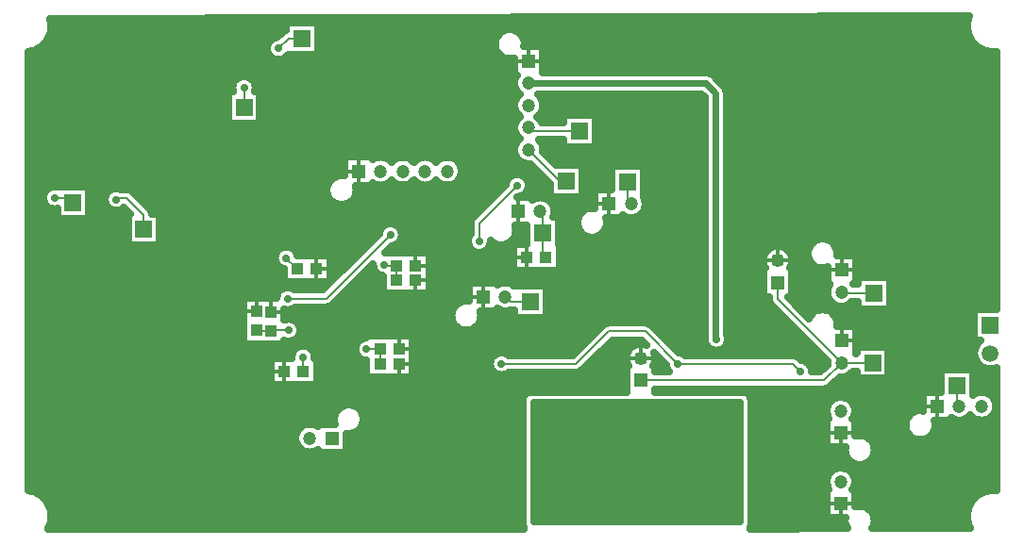
<source format=gbr>
G04 DipTrace 3.2.0.1*
G04 Bottom.gbr*
%MOIN*%
G04 #@! TF.FileFunction,Copper,L2,Bot*
G04 #@! TF.Part,Single*
G04 #@! TA.AperFunction,Conductor*
%ADD14C,0.007874*%
%ADD17C,0.023622*%
G04 #@! TA.AperFunction,CopperBalancing*
%ADD19C,0.025*%
%ADD20C,0.012992*%
%ADD21R,0.059055X0.059055*%
G04 #@! TA.AperFunction,ComponentPad*
%ADD22R,0.047244X0.047244*%
%ADD23C,0.047244*%
%ADD24R,0.03937X0.043307*%
%ADD27R,0.043307X0.03937*%
G04 #@! TA.AperFunction,ComponentPad*
%ADD29R,0.049213X0.049213*%
%ADD30C,0.049213*%
%ADD42C,0.059055*%
G04 #@! TA.AperFunction,ViaPad*
%ADD60C,0.027559*%
%ADD61C,0.062992*%
%FSLAX26Y26*%
G04*
G70*
G90*
G75*
G01*
G04 Bottom*
%LPD*%
X3370155Y1287617D2*
D14*
X3374307Y1283465D1*
X3484252D1*
X1440945Y1377953D2*
X1448819D1*
Y1370079D1*
X1409449Y1409449D1*
X1468504Y1059055D2*
Y1007874D1*
X1303150Y1153543D2*
X1305118Y1151575D1*
X1356299D1*
X1354331Y1153543D1*
X1417323D1*
X1799213Y1330709D2*
Y1381890D1*
X1755906Y1385827D2*
X1759843Y1381890D1*
X1799213D1*
X1692913Y1086614D2*
X1740157D1*
X2929134Y1122047D2*
D17*
X2925197D1*
Y1992126D1*
X2889969Y2027354D1*
X2265449D1*
X1740157Y1035433D2*
D14*
Y1086614D1*
X1413386Y1220472D2*
X1411417Y1218504D1*
X1356299D1*
X1507874Y1417323D2*
X1515748Y1409449D1*
Y1370079D1*
X3224409Y1007874D2*
X3196850Y1035433D1*
X2791339D1*
X2677165Y1149606D1*
X2547244D1*
X2433071Y1035433D1*
X2169291D1*
X2305972Y1573203D2*
X2314723Y1564453D1*
Y1498211D1*
X2325408Y1410720D2*
X2314723Y1421406D1*
Y1498211D1*
X1381890Y2149606D2*
X1417323Y2185039D1*
X1464567D1*
X1259843Y2011811D2*
Y1940945D1*
X3370155Y1037617D2*
X3371908Y1039370D1*
X3480315D1*
X3370155Y1037617D2*
X3308916Y976378D1*
X2661417D1*
X3370155Y1037617D2*
X3144929Y1262843D1*
Y1322087D1*
X3786395Y885108D2*
X3778196Y893307D1*
Y959392D1*
X1777252Y1491045D2*
X1552276Y1266068D1*
X1414790D1*
X2265449Y1869874D2*
X2277449Y1857874D1*
X2445743D1*
X2265449Y1791134D2*
X2376063Y1680520D1*
X2398499D1*
X808944Y1616030D2*
X814961Y1622047D1*
X844021D1*
X906281Y1559787D1*
Y1509793D1*
X590551Y1622047D2*
X661417D1*
Y1603533D1*
X656307D1*
X2182667Y1271961D2*
X2200140Y1254487D1*
X2270978D1*
X2224409Y1665354D2*
X2090551Y1531496D1*
Y1468504D1*
X2627231Y1600806D2*
X2614692Y1613345D1*
Y1679442D1*
D60*
X1409449Y1409449D3*
D3*
X1468504Y1059055D3*
X1417323Y1153543D3*
X1755906Y1385827D3*
X1692913Y1086614D3*
X2929134Y1122047D3*
X1413386Y1220472D3*
X1507874Y1417323D3*
X3224409Y1007874D3*
X2791339Y1035433D3*
X2169291D3*
X1381890Y2149606D3*
X1259843Y2011811D3*
X1777252Y1491045D3*
X1414790Y1266068D3*
X808944Y1616030D3*
X590551Y1622047D3*
X2224409Y1665354D3*
X2090551Y1468504D3*
X641732Y1448819D3*
X633858Y1141732D3*
X759843Y2003937D3*
X1039370Y2000000D3*
X1338583Y1996063D3*
X1657480Y1791339D3*
X2051181Y555118D3*
X1996063Y748031D3*
X3122047Y1074803D3*
X3641732Y1472441D3*
X3751969D3*
X3846457D3*
X3834646Y1208661D3*
X3649606D3*
X1708661Y960630D3*
X1421260Y1070866D3*
X1358268Y858268D3*
X968504Y1374016D3*
X1007874Y1019685D3*
X1098425Y1535433D3*
X1263780Y1374016D3*
X1425197Y1515748D3*
X1744094Y1342520D3*
X1090551Y1669291D3*
X728346Y1787402D3*
D61*
X2338583Y850394D3*
X2417323D3*
X2507874D3*
X2590551Y854331D3*
X2685039Y846457D3*
X2338583Y740157D3*
X2421260D3*
X2594488Y744094D3*
X2503937Y740157D3*
X2681102Y744094D3*
X2342520Y618110D3*
X2417323D3*
X2598425Y622047D3*
X2507874Y618110D3*
X2685039Y622047D3*
X2338583Y519685D3*
X2413386D3*
X2594488Y523622D3*
X2503937Y519685D3*
X2681102Y523622D3*
X2850394Y527559D3*
X2759843Y523622D3*
X2937008Y527559D3*
X2854331Y629921D3*
X2763780Y625984D3*
X2940945Y629921D3*
X581517Y2238222D2*
D19*
X1406051D1*
X1523081D2*
X3812193D1*
X580835Y2213353D2*
X1403682D1*
X1523081D2*
X2176521D1*
X2220526D2*
X3812875D1*
X572904Y2188484D2*
X1368875D1*
X1523081D2*
X2149535D1*
X2247475D2*
X3820806D1*
X555177Y2163615D2*
X1341639D1*
X1523081D2*
X2144046D1*
X2253001D2*
X3838533D1*
X508600Y2138747D2*
X1340598D1*
X1523081D2*
X2151222D1*
X2318060D2*
X3885110D1*
X499270Y2113878D2*
X1360802D1*
X1402978D2*
X2187322D1*
X2318060D2*
X3914140D1*
X499270Y2089009D2*
X2212836D1*
X2318060D2*
X3914140D1*
X499270Y2064140D2*
X2212836D1*
X2903151D2*
X3914140D1*
X499270Y2039272D2*
X1227886D1*
X1291808D2*
X2214270D1*
X2934730D2*
X3914140D1*
X499270Y2014403D2*
X1217157D1*
X1302538D2*
X2214522D1*
X2958844D2*
X3914140D1*
X499270Y1989534D2*
X1201332D1*
X1318362D2*
X2230060D1*
X2965984D2*
X3914140D1*
X499270Y1964665D2*
X1201332D1*
X1318362D2*
X2215491D1*
X2315441D2*
X2884408D1*
X2965984D2*
X3914140D1*
X499270Y1939797D2*
X1201332D1*
X1318362D2*
X2213625D1*
X2317270D2*
X2884408D1*
X2965984D2*
X3914140D1*
X499270Y1914928D2*
X1201332D1*
X1318362D2*
X2225861D1*
X2305070D2*
X2884408D1*
X2965984D2*
X3914140D1*
X499270Y1890059D2*
X1201332D1*
X1318362D2*
X2217070D1*
X2313825D2*
X2387232D1*
X2504262D2*
X2884408D1*
X2965984D2*
X3914140D1*
X499270Y1865190D2*
X2213051D1*
X2504262D2*
X2884408D1*
X2965984D2*
X3914140D1*
X499270Y1840322D2*
X2222488D1*
X2504262D2*
X2884408D1*
X2965984D2*
X3914140D1*
X499270Y1815453D2*
X2219115D1*
X2311780D2*
X2387232D1*
X2504262D2*
X2884408D1*
X2965984D2*
X3914140D1*
X499270Y1790584D2*
X2212836D1*
X2318060D2*
X2884408D1*
X2965984D2*
X3914140D1*
X499270Y1765715D2*
X1610913D1*
X1716139D2*
X1733280D1*
X1751234D2*
X1812009D1*
X1829963D2*
X1890774D1*
X1908732D2*
X1969505D1*
X1987459D2*
X2219761D1*
X2336396D2*
X2884408D1*
X2965984D2*
X3914140D1*
X499270Y1740846D2*
X1610913D1*
X2024528D2*
X2270214D1*
X2361265D2*
X2884408D1*
X2965984D2*
X3914140D1*
X499270Y1715978D2*
X1610913D1*
X2031094D2*
X2295081D1*
X2457004D2*
X2556176D1*
X2673206D2*
X2884408D1*
X2965984D2*
X3914140D1*
X499270Y1691109D2*
X1571333D1*
X2024455D2*
X2190946D1*
X2257882D2*
X2319950D1*
X2457004D2*
X2556176D1*
X2673206D2*
X2884408D1*
X2965984D2*
X3914140D1*
X499270Y1666240D2*
X1552853D1*
X1716139D2*
X1733997D1*
X1750516D2*
X1812727D1*
X1829289D2*
X1891457D1*
X1908039D2*
X1970222D1*
X1986749D2*
X2179751D1*
X2267176D2*
X2339972D1*
X2457004D2*
X2556176D1*
X2673206D2*
X2884408D1*
X2965984D2*
X3914140D1*
X499270Y1641371D2*
X552726D1*
X714827D2*
X775135D1*
X870240D2*
X1550521D1*
X1658400D2*
X2154882D1*
X2259245D2*
X2339972D1*
X2457004D2*
X2495890D1*
X2673206D2*
X2884408D1*
X2965984D2*
X3914140D1*
X499270Y1616503D2*
X548168D1*
X714827D2*
X766164D1*
X895109D2*
X1561429D1*
X1647492D2*
X2130014D1*
X2333706D2*
X2495890D1*
X2677332D2*
X2884408D1*
X2965984D2*
X3914140D1*
X499270Y1591634D2*
X561660D1*
X714827D2*
X774417D1*
X919976D2*
X2105147D1*
X2355092D2*
X2495890D1*
X2678983D2*
X2884408D1*
X2965984D2*
X3914140D1*
X499270Y1566765D2*
X597795D1*
X714827D2*
X853757D1*
X938385D2*
X2080280D1*
X2358178D2*
X2446656D1*
X2666495D2*
X2884408D1*
X2965984D2*
X3914140D1*
X499270Y1541896D2*
X847765D1*
X964795D2*
X2059466D1*
X2373249D2*
X2435568D1*
X2543304D2*
X2884408D1*
X2965984D2*
X3914140D1*
X499270Y1517028D2*
X847765D1*
X964795D2*
X1743972D1*
X1810514D2*
X2057636D1*
X2221567D2*
X2256219D1*
X2373249D2*
X2437757D1*
X2541115D2*
X2884408D1*
X2965984D2*
X3914140D1*
X499270Y1492159D2*
X847765D1*
X964795D2*
X1732849D1*
X1820024D2*
X2055448D1*
X2220741D2*
X2256219D1*
X2373249D2*
X2455879D1*
X2522995D2*
X2884408D1*
X2965984D2*
X3914140D1*
X499270Y1467290D2*
X847765D1*
X964795D2*
X1707980D1*
X1812272D2*
X2047804D1*
X2205097D2*
X2256219D1*
X2373249D2*
X2884408D1*
X2965984D2*
X3269912D1*
X3336560D2*
X3914140D1*
X499270Y1442421D2*
X1383839D1*
X1435058D2*
X1683113D1*
X1774163D2*
X2057385D1*
X2123747D2*
X2207848D1*
X2376049D2*
X2884408D1*
X2965984D2*
X3112739D1*
X3177127D2*
X3251575D1*
X3354862D2*
X3914140D1*
X499270Y1417552D2*
X1367512D1*
X1451385D2*
X1658210D1*
X1916803D2*
X2207848D1*
X2376049D2*
X2884408D1*
X2965984D2*
X3094151D1*
X3195715D2*
X3249314D1*
X3357122D2*
X3914140D1*
X499270Y1392684D2*
X1370346D1*
X1566394D2*
X1633341D1*
X1916803D2*
X2207848D1*
X2376049D2*
X2884408D1*
X2965984D2*
X3091997D1*
X3197869D2*
X3260331D1*
X3422755D2*
X3914140D1*
X499270Y1367815D2*
X1398156D1*
X1566394D2*
X1608474D1*
X1699560D2*
X1717382D1*
X1916803D2*
X2207848D1*
X2376049D2*
X2884408D1*
X2965984D2*
X3091316D1*
X3198514D2*
X3317530D1*
X3422755D2*
X3914140D1*
X499270Y1342946D2*
X1398156D1*
X1566394D2*
X1583606D1*
X1674693D2*
X1748566D1*
X1916803D2*
X2884408D1*
X2965984D2*
X3091316D1*
X3198514D2*
X3317530D1*
X3422755D2*
X3914140D1*
X499270Y1318077D2*
X1558739D1*
X1649824D2*
X1748566D1*
X1916803D2*
X2051320D1*
X2204773D2*
X2884408D1*
X2965984D2*
X3091316D1*
X3198514D2*
X3317530D1*
X3542787D2*
X3914140D1*
X499270Y1293209D2*
X1382547D1*
X1624957D2*
X1748566D1*
X1916803D2*
X2051320D1*
X2329507D2*
X2884408D1*
X2965984D2*
X3091316D1*
X3198514D2*
X3317853D1*
X3542787D2*
X3914140D1*
X499270Y1268340D2*
X1254476D1*
X1351843D2*
X1372068D1*
X1600089D2*
X2051320D1*
X2329507D2*
X2884408D1*
X2965984D2*
X3111986D1*
X3184950D2*
X3321406D1*
X3542787D2*
X3914140D1*
X499270Y1243471D2*
X1254476D1*
X1575150D2*
X2007362D1*
X2329507D2*
X2884408D1*
X2965984D2*
X3118948D1*
X3209818D2*
X3343941D1*
X3396379D2*
X3425720D1*
X3542787D2*
X3914140D1*
X499270Y1218602D2*
X1254476D1*
X1404987D2*
X1992184D1*
X2097588D2*
X2212441D1*
X2329507D2*
X2884408D1*
X2965984D2*
X3143635D1*
X3234685D2*
X3271778D1*
X3334694D2*
X3836631D1*
X499270Y1193734D2*
X1254476D1*
X1422377D2*
X1991609D1*
X2098126D2*
X2884408D1*
X2965984D2*
X3168503D1*
X3354395D2*
X3836631D1*
X499270Y1168865D2*
X1254476D1*
X1457055D2*
X2004995D1*
X2084741D2*
X2520972D1*
X2703457D2*
X2884408D1*
X2965984D2*
X3193371D1*
X3357302D2*
X3836631D1*
X499270Y1143996D2*
X1254476D1*
X1458957D2*
X2496105D1*
X2728324D2*
X2884408D1*
X2965984D2*
X3218239D1*
X3422755D2*
X3836631D1*
X499270Y1119127D2*
X1254476D1*
X1440727D2*
X1666642D1*
X1857738D2*
X2471238D1*
X2562287D2*
X2662105D1*
X2753192D2*
X2884516D1*
X2971798D2*
X3243106D1*
X3422755D2*
X3836631D1*
X499270Y1094259D2*
X1446457D1*
X1490571D2*
X1650888D1*
X1857738D2*
X2446370D1*
X2537420D2*
X2626077D1*
X2778059D2*
X2896322D1*
X2960782D2*
X3267974D1*
X3538840D2*
X3840972D1*
X499270Y1069390D2*
X1427079D1*
X1509912D2*
X1654010D1*
X1857738D2*
X2145157D1*
X2193434D2*
X2421501D1*
X2512552D2*
X2609858D1*
X2815487D2*
X3292841D1*
X3538840D2*
X3836739D1*
X499270Y1044521D2*
X1350933D1*
X1519134D2*
X1689500D1*
X1857738D2*
X2127575D1*
X2487685D2*
X2608925D1*
X2713899D2*
X2736709D1*
X3243621D2*
X3317710D1*
X3538840D2*
X3844167D1*
X499270Y1019652D2*
X1350933D1*
X1519134D2*
X1689500D1*
X1857738D2*
X2129727D1*
X2462816D2*
X2607812D1*
X2715010D2*
X2751780D1*
X3265403D2*
X3306657D1*
X3538840D2*
X3874381D1*
X499270Y994783D2*
X1350933D1*
X1519134D2*
X1689500D1*
X1857738D2*
X2607812D1*
X3398676D2*
X3421810D1*
X3538840D2*
X3719684D1*
X3836714D2*
X3914140D1*
X499270Y969915D2*
X1350933D1*
X1519134D2*
X2607812D1*
X3347972D2*
X3719684D1*
X3836714D2*
X3914140D1*
X499270Y945046D2*
X2607812D1*
X2715010D2*
X3719684D1*
X3836714D2*
X3914140D1*
X499270Y920177D2*
X2244916D1*
X3050349D2*
X3655056D1*
X499270Y895308D2*
X2242655D1*
X3052609D2*
X3322804D1*
X3412348D2*
X3655056D1*
X499270Y870440D2*
X1585938D1*
X1674226D2*
X2242655D1*
X3052609D2*
X3314982D1*
X3420135D2*
X3655056D1*
X499270Y845571D2*
X1575963D1*
X1684202D2*
X2242655D1*
X3052609D2*
X3320437D1*
X3414681D2*
X3601912D1*
X3898436D2*
X3914140D1*
X499270Y820702D2*
X1476528D1*
X1681151D2*
X2242655D1*
X3052609D2*
X3314946D1*
X3420171D2*
X3594161D1*
X3703046D2*
X3914140D1*
X499270Y795833D2*
X1445488D1*
X1661129D2*
X2242655D1*
X3052609D2*
X3314946D1*
X3420171D2*
X3599150D1*
X3698058D2*
X3914140D1*
X499270Y770965D2*
X1439675D1*
X1623629D2*
X2242655D1*
X3052609D2*
X3314946D1*
X3469762D2*
X3624304D1*
X3672903D2*
X3914140D1*
X499270Y746096D2*
X1447102D1*
X1623629D2*
X2242655D1*
X3052609D2*
X3314946D1*
X3486629D2*
X3914140D1*
X499270Y721227D2*
X2242655D1*
X3052609D2*
X3380829D1*
X3488135D2*
X3914140D1*
X499270Y696358D2*
X2242655D1*
X3052609D2*
X3392850D1*
X3476150D2*
X3914140D1*
X499270Y671490D2*
X2242655D1*
X3052609D2*
X3914140D1*
X499270Y646621D2*
X2242655D1*
X3052609D2*
X3323667D1*
X3411451D2*
X3914140D1*
X499270Y621752D2*
X2242655D1*
X3052609D2*
X3315054D1*
X3420063D2*
X3914140D1*
X499270Y596883D2*
X2242655D1*
X3052609D2*
X3319791D1*
X3415327D2*
X3914140D1*
X541470Y572014D2*
X2242655D1*
X3052609D2*
X3314946D1*
X3420171D2*
X3852205D1*
X566445Y547146D2*
X2242655D1*
X3052609D2*
X3314946D1*
X3420171D2*
X3827265D1*
X578215Y522277D2*
X2242655D1*
X3052609D2*
X3314946D1*
X3468076D2*
X3815495D1*
X582055Y497408D2*
X2242655D1*
X3052609D2*
X3314946D1*
X3486198D2*
X3811655D1*
X578969Y472539D2*
X2242655D1*
X3052609D2*
X3380614D1*
X3488350D2*
X3814706D1*
X2224144Y1310507D2*
X2326997D1*
Y1198467D1*
X2214958D1*
Y1224052D1*
X2197744Y1224152D1*
X2190507Y1222463D1*
X2182667Y1221846D1*
X2174827Y1222463D1*
X2167181Y1224299D1*
X2159915Y1227308D1*
X2154041Y1230862D1*
Y1221846D1*
X2094079D1*
X2096232Y1213167D1*
X2096873Y1205031D1*
X2096232Y1196896D1*
X2094328Y1188962D1*
X2091205Y1181424D1*
X2086941Y1174466D1*
X2081642Y1168261D1*
X2075437Y1162962D1*
X2068479Y1158698D1*
X2060941Y1155575D1*
X2053007Y1153671D1*
X2044871Y1153030D1*
X2036736Y1153671D1*
X2028802Y1155575D1*
X2021264Y1158698D1*
X2014306Y1162962D1*
X2008101Y1168261D1*
X2002802Y1174466D1*
X1998538Y1181424D1*
X1995415Y1188962D1*
X1993510Y1196896D1*
X1992870Y1205031D1*
X1993510Y1213167D1*
X1995415Y1221101D1*
X1998538Y1228639D1*
X2002802Y1235597D1*
X2008101Y1241802D1*
X2014306Y1247101D1*
X2021264Y1251365D1*
X2028802Y1254488D1*
X2036736Y1256392D1*
X2044871Y1257033D1*
X2053007Y1256392D1*
X2053804Y1256234D1*
X2053812Y1322075D1*
X2154041D1*
Y1313096D1*
X2159915Y1316613D1*
X2167181Y1319622D1*
X2174827Y1321458D1*
X2182667Y1322075D1*
X2190507Y1321458D1*
X2198152Y1319622D1*
X2205419Y1316613D1*
X2212123Y1312504D1*
X2214958Y1310507D1*
X2224144D1*
X2567858Y1735462D2*
X2670711D1*
Y1625692D1*
X2673530Y1619984D1*
X2675961Y1612505D1*
X2677190Y1604738D1*
Y1596874D1*
X2675961Y1589106D1*
X2673530Y1581627D1*
X2669961Y1574621D1*
X2665339Y1568260D1*
X2659777Y1562698D1*
X2653416Y1558076D1*
X2646409Y1554507D1*
X2638930Y1552076D1*
X2631163Y1550846D1*
X2623299D1*
X2615531Y1552076D1*
X2608052Y1554507D1*
X2601046Y1558076D1*
X2598605Y1559707D1*
Y1550692D1*
X2538643D1*
X2540797Y1542012D1*
X2541437Y1533877D1*
X2540797Y1525741D1*
X2538892Y1517807D1*
X2535769Y1510269D1*
X2531505Y1503311D1*
X2526206Y1497106D1*
X2520001Y1491807D1*
X2513043Y1487543D1*
X2505505Y1484420D1*
X2497571Y1482516D1*
X2489436Y1481875D1*
X2481301Y1482516D1*
X2473366Y1484420D1*
X2465828Y1487543D1*
X2458870Y1491807D1*
X2452665Y1497106D1*
X2447366Y1503311D1*
X2443102Y1510269D1*
X2439979Y1517807D1*
X2438075Y1525741D1*
X2437434Y1533877D1*
X2438075Y1542012D1*
X2439979Y1549946D1*
X2443102Y1557484D1*
X2447366Y1564442D1*
X2452665Y1570647D1*
X2458870Y1575946D1*
X2465828Y1580210D1*
X2473366Y1583333D1*
X2481301Y1585238D1*
X2489436Y1585878D1*
X2497571Y1585238D1*
X2498369Y1585079D1*
X2498377Y1650920D1*
X2558672Y1650982D1*
Y1735462D1*
X2567858D1*
X3433482Y1095390D2*
X3536335D1*
Y983350D1*
X3424295D1*
Y1008936D1*
X3411238Y1008941D1*
X3408262Y1005071D1*
X3402701Y999509D1*
X3396340Y994887D1*
X3389333Y991318D1*
X3381854Y988887D1*
X3374087Y987657D1*
X3366223D1*
X3363551Y987974D1*
X3328678Y953239D1*
X3324815Y950433D1*
X3320560Y948265D1*
X3316020Y946790D1*
X3311303Y946042D1*
X3235425Y945949D1*
X2712486D1*
X2712598Y935941D1*
X3025701Y935860D1*
X3029807Y935209D1*
X3033760Y933924D1*
X3037465Y932037D1*
X3040827Y929593D1*
X3043766Y926654D1*
X3046210Y923291D1*
X3048097Y919587D1*
X3049382Y915634D1*
X3050033Y911528D1*
X3050114Y799213D1*
X3050033Y462488D1*
X3049382Y458382D1*
X3048097Y454429D1*
X3047228Y452437D1*
X3390531Y452829D1*
X3386450Y460688D1*
X3383929Y468449D1*
X3382652Y476508D1*
Y484668D1*
X3383291Y489521D1*
X3317450Y489529D1*
Y589757D1*
X3326428D1*
X3322912Y595631D1*
X3319903Y602898D1*
X3318067Y610543D1*
X3317450Y618383D1*
X3318067Y626223D1*
X3319903Y633869D1*
X3322912Y641135D1*
X3327021Y647840D1*
X3332129Y653819D1*
X3338108Y658927D1*
X3344812Y663035D1*
X3352079Y666045D1*
X3359724Y667881D1*
X3367564Y668497D1*
X3375404Y667881D1*
X3383050Y666045D1*
X3390316Y663035D1*
X3397021Y658927D1*
X3403000Y653819D1*
X3408108Y647840D1*
X3412217Y641135D1*
X3415226Y633869D1*
X3417062Y626223D1*
X3417678Y618383D1*
X3417062Y610543D1*
X3415226Y602898D1*
X3412217Y595631D1*
X3408663Y589757D1*
X3417678D1*
Y529795D1*
X3426358Y531949D1*
X3434493Y532589D1*
X3442629Y531949D1*
X3450563Y530045D1*
X3458101Y526921D1*
X3465059Y522657D1*
X3471264Y517358D1*
X3476563Y511154D1*
X3480827Y504196D1*
X3483950Y496657D1*
X3485854Y488723D1*
X3486495Y480588D1*
X3485854Y472453D1*
X3483950Y464518D1*
X3480827Y456980D1*
X3478504Y452927D1*
X3824730Y453325D1*
X3821096Y461097D1*
X3818613Y467828D1*
X3816665Y474732D1*
X3815265Y481769D1*
X3814423Y488894D1*
X3814140Y496063D1*
X3814423Y503232D1*
X3815265Y510357D1*
X3816665Y517394D1*
X3818613Y524298D1*
X3821096Y531029D1*
X3824100Y537545D1*
X3827605Y543804D1*
X3831591Y549770D1*
X3836033Y555404D1*
X3840903Y560672D1*
X3846171Y565542D1*
X3851804Y569984D1*
X3857770Y573970D1*
X3864030Y577475D1*
X3870546Y580479D1*
X3877277Y582962D1*
X3884181Y584909D1*
X3891218Y586310D1*
X3898343Y587152D1*
X3905512Y587434D1*
X3916660Y586681D1*
X3916593Y1020849D1*
X3908232Y1018133D1*
X3899550Y1016759D1*
X3890760D1*
X3882077Y1018133D1*
X3873717Y1020849D1*
X3865885Y1024840D1*
X3858773Y1030008D1*
X3852558Y1036223D1*
X3847390Y1043335D1*
X3843399Y1051167D1*
X3840682Y1059528D1*
X3839308Y1068210D1*
Y1077000D1*
X3840682Y1085682D1*
X3843399Y1094043D1*
X3847390Y1101875D1*
X3852558Y1108987D1*
X3858773Y1115202D1*
X3860513Y1116575D1*
X3839135Y1116585D1*
Y1228625D1*
X3916609D1*
X3916634Y2137657D1*
X3905512Y2136975D1*
X3898343Y2137257D1*
X3891218Y2138100D1*
X3884181Y2139500D1*
X3877277Y2141448D1*
X3870546Y2143930D1*
X3864030Y2146934D1*
X3857770Y2150440D1*
X3851804Y2154425D1*
X3846171Y2158867D1*
X3840903Y2163738D1*
X3836033Y2169005D1*
X3831591Y2174639D1*
X3827605Y2180605D1*
X3824100Y2186865D1*
X3821096Y2193381D1*
X3818613Y2200112D1*
X3816665Y2207016D1*
X3815265Y2214052D1*
X3814423Y2221177D1*
X3814140Y2228346D1*
X3814423Y2235516D1*
X3815265Y2242640D1*
X3816665Y2249677D1*
X3818613Y2256581D1*
X3820930Y2262866D1*
X575471Y2255425D1*
X578436Y2242640D1*
X579278Y2235516D1*
X579560Y2228346D1*
X579278Y2221177D1*
X578436Y2214052D1*
X577035Y2207016D1*
X575088Y2200112D1*
X572605Y2193381D1*
X569601Y2186865D1*
X566096Y2180605D1*
X562110Y2174639D1*
X557668Y2169005D1*
X552798Y2163738D1*
X547530Y2158867D1*
X541896Y2154425D1*
X535930Y2150440D1*
X529671Y2146934D1*
X523155Y2143930D1*
X516424Y2141448D1*
X509520Y2139500D1*
X502483Y2138100D1*
X496777Y2137425D1*
X496752Y587009D1*
X502483Y586310D1*
X509520Y584909D1*
X516424Y582962D1*
X523155Y580479D1*
X529671Y577475D1*
X535930Y573970D1*
X541896Y569984D1*
X547530Y565542D1*
X552798Y560672D1*
X557668Y555404D1*
X562110Y549770D1*
X566096Y543804D1*
X569601Y537545D1*
X572605Y531029D1*
X575088Y524298D1*
X577035Y517394D1*
X578436Y510357D1*
X579278Y503232D1*
X579560Y496063D1*
X579278Y488894D1*
X578436Y481769D1*
X577035Y474732D1*
X575088Y467828D1*
X572605Y461097D1*
X569601Y454581D1*
X566915Y449602D1*
X2248626Y451525D1*
X2246458Y456381D1*
X2245487Y460423D1*
X2245161Y464567D1*
X2245243Y911528D1*
X2245894Y915634D1*
X2247178Y919587D1*
X2249066Y923291D1*
X2251509Y926654D1*
X2254449Y929593D1*
X2257811Y932037D1*
X2261516Y933924D1*
X2265469Y935209D1*
X2269575Y935860D1*
X2381890Y935941D1*
X2610293D1*
X2610319Y1027476D1*
X2618465D1*
X2615294Y1033126D1*
X2612618Y1039963D1*
X2610950Y1047114D1*
X2610324Y1054430D1*
X2610752Y1061760D1*
X2612227Y1068954D1*
X2614718Y1075861D1*
X2618173Y1082340D1*
X2622521Y1088257D1*
X2627673Y1093490D1*
X2633521Y1097929D1*
X2639945Y1101486D1*
X2646812Y1104085D1*
X2653982Y1105673D1*
X2661304Y1106217D1*
X2668629Y1105705D1*
X2675804Y1104150D1*
X2681756Y1101986D1*
X2664546Y1119193D1*
X2559860Y1119177D1*
X2452833Y1012294D1*
X2448970Y1009488D1*
X2444715Y1007320D1*
X2440175Y1005845D1*
X2435458Y1005097D1*
X2359580Y1005004D1*
X2195446Y1004810D1*
X2190333Y1001096D1*
X2184702Y998227D1*
X2178693Y996274D1*
X2172451Y995286D1*
X2166131D1*
X2159890Y996274D1*
X2153881Y998227D1*
X2148249Y1001096D1*
X2143136Y1004810D1*
X2138668Y1009278D1*
X2134954Y1014391D1*
X2132085Y1020022D1*
X2130133Y1026031D1*
X2129144Y1032273D1*
Y1038593D1*
X2130133Y1044835D1*
X2132085Y1050844D1*
X2134954Y1056475D1*
X2138668Y1061588D1*
X2143136Y1066056D1*
X2148249Y1069770D1*
X2153881Y1072639D1*
X2159890Y1074592D1*
X2166131Y1075580D1*
X2172451D1*
X2178693Y1074592D1*
X2184702Y1072639D1*
X2190333Y1069770D1*
X2195655Y1065864D1*
X2420445Y1065862D1*
X2527482Y1172745D1*
X2531345Y1175551D1*
X2535600Y1177719D1*
X2540140Y1179194D1*
X2544857Y1179942D1*
X2620735Y1180035D1*
X2679552Y1179942D1*
X2684269Y1179194D1*
X2688810Y1177719D1*
X2693064Y1175551D1*
X2696928Y1172745D1*
X2750648Y1119157D1*
X2794499Y1075580D1*
X2800740Y1074592D1*
X2806749Y1072639D1*
X2812381Y1069770D1*
X2817702Y1065864D1*
X3199238Y1065769D1*
X3203954Y1065021D1*
X3208495Y1063546D1*
X3212749Y1061378D1*
X3216613Y1058572D1*
X3227273Y1048043D1*
X3233811Y1047033D1*
X3239820Y1045080D1*
X3245451Y1042211D1*
X3250564Y1038497D1*
X3255033Y1034029D1*
X3258747Y1028916D1*
X3261615Y1023285D1*
X3263568Y1017276D1*
X3264556Y1011034D1*
X3264639Y1006801D1*
X3296316Y1006807D1*
X3320462Y1030957D1*
X3320041Y1037617D1*
X3320512Y1044220D1*
X3121790Y1243080D1*
X3118984Y1246944D1*
X3116816Y1251198D1*
X3115341Y1255739D1*
X3114593Y1260455D1*
X3114500Y1270988D1*
X3093831D1*
Y1373185D1*
X3101976D1*
X3098806Y1378835D1*
X3096130Y1385672D1*
X3094462Y1392823D1*
X3093836Y1400139D1*
X3094264Y1407469D1*
X3095739Y1414663D1*
X3098230Y1421570D1*
X3101685Y1428049D1*
X3106033Y1433966D1*
X3111185Y1439198D1*
X3117033Y1443638D1*
X3123457Y1447194D1*
X3130324Y1449794D1*
X3137493Y1451382D1*
X3144816Y1451925D1*
X3152140Y1451413D1*
X3159316Y1449858D1*
X3166196Y1447290D1*
X3172635Y1443761D1*
X3178503Y1439348D1*
X3183677Y1434138D1*
X3188051Y1428240D1*
X3191535Y1421777D1*
X3194056Y1414881D1*
X3195564Y1407694D1*
X3196028Y1400827D1*
X3195500Y1393503D1*
X3193928Y1386331D1*
X3191345Y1379457D1*
X3187906Y1373190D1*
X3196028Y1373185D1*
Y1270988D1*
X3179844D1*
X3255280Y1195525D1*
X3258887Y1202583D1*
X3263684Y1209184D1*
X3269454Y1214954D1*
X3276055Y1219751D1*
X3283325Y1223455D1*
X3291087Y1225976D1*
X3299146Y1227253D1*
X3307306D1*
X3315365Y1225976D1*
X3323126Y1223455D1*
X3330396Y1219751D1*
X3336997Y1214954D1*
X3342768Y1209184D1*
X3347564Y1202583D1*
X3351269Y1195312D1*
X3353790Y1187551D1*
X3355067Y1179492D1*
Y1171332D1*
X3354428Y1166479D1*
X3420269Y1166471D1*
Y1069806D1*
X3424295Y1075214D1*
Y1095390D1*
X3433482D1*
X2352325Y1554231D2*
X2370743D1*
Y1456877D1*
X2373554Y1456898D1*
Y1364543D1*
X2210333D1*
Y1456898D1*
X2258698D1*
X2258703Y1523110D1*
X2217385Y1523089D1*
X2219538Y1514409D1*
X2220178Y1506274D1*
X2219538Y1498139D1*
X2217634Y1490205D1*
X2214510Y1482667D1*
X2210247Y1475709D1*
X2204948Y1469504D1*
X2198743Y1464205D1*
X2191785Y1459941D1*
X2184247Y1456818D1*
X2176312Y1454913D1*
X2168177Y1454273D1*
X2160042Y1454913D1*
X2152108Y1456818D1*
X2144570Y1459941D1*
X2137612Y1464205D1*
X2131407Y1469504D1*
X2130790Y1470172D1*
X2130698Y1465344D1*
X2129710Y1459102D1*
X2127757Y1453093D1*
X2124888Y1447462D1*
X2121175Y1442349D1*
X2116706Y1437881D1*
X2111593Y1434167D1*
X2105962Y1431298D1*
X2099953Y1429345D1*
X2093711Y1428357D1*
X2087391D1*
X2081150Y1429345D1*
X2075140Y1431298D1*
X2069509Y1434167D1*
X2064396Y1437881D1*
X2059928Y1442349D1*
X2056214Y1447462D1*
X2053345Y1453093D1*
X2051392Y1459102D1*
X2050404Y1465344D1*
Y1471664D1*
X2051392Y1477906D1*
X2053345Y1483915D1*
X2056214Y1489546D1*
X2060121Y1494867D1*
X2060215Y1533883D1*
X2060963Y1538600D1*
X2062438Y1543140D1*
X2064606Y1547395D1*
X2067412Y1551259D1*
X2121000Y1604979D1*
X2184262Y1668514D1*
X2185251Y1674756D1*
X2187203Y1680765D1*
X2190072Y1686396D1*
X2193786Y1691509D1*
X2198255Y1695978D1*
X2203367Y1699692D1*
X2208999Y1702560D1*
X2215008Y1704513D1*
X2221249Y1705501D1*
X2227570D1*
X2233811Y1704513D1*
X2239820Y1702560D1*
X2245451Y1699692D1*
X2250564Y1695978D1*
X2255033Y1691509D1*
X2258747Y1686396D1*
X2261615Y1680765D1*
X2263568Y1674756D1*
X2264556Y1668514D1*
Y1662194D1*
X2263568Y1655953D1*
X2261615Y1649944D1*
X2258747Y1644312D1*
X2255033Y1639199D1*
X2250564Y1634731D1*
X2245451Y1631017D1*
X2239820Y1628148D1*
X2233811Y1626196D1*
X2227285Y1625196D1*
X2225399Y1623310D1*
X2277346Y1623318D1*
Y1614339D1*
X2283220Y1617856D1*
X2290487Y1620865D1*
X2298133Y1622701D1*
X2305972Y1623318D1*
X2313812Y1622701D1*
X2321458Y1620865D1*
X2328724Y1617856D1*
X2335429Y1613747D1*
X2341408Y1608639D1*
X2346516Y1602660D1*
X2350625Y1595955D1*
X2353634Y1588689D1*
X2355470Y1581043D1*
X2356087Y1573203D1*
X2355470Y1565364D1*
X2353634Y1557718D1*
X2352352Y1554241D1*
X3319287Y839757D2*
X3326428D1*
X3322912Y845631D1*
X3319903Y852898D1*
X3318067Y860543D1*
X3317450Y868383D1*
X3318067Y876223D1*
X3319903Y883869D1*
X3322912Y891135D1*
X3327021Y897840D1*
X3332129Y903819D1*
X3338108Y908927D1*
X3344812Y913035D1*
X3352079Y916045D1*
X3359724Y917881D1*
X3367564Y918497D1*
X3375404Y917881D1*
X3383050Y916045D1*
X3390316Y913035D1*
X3397021Y908927D1*
X3403000Y903819D1*
X3408108Y897840D1*
X3412217Y891135D1*
X3415226Y883869D1*
X3417062Y876223D1*
X3417678Y868383D1*
X3417062Y860543D1*
X3415226Y852898D1*
X3412217Y845631D1*
X3408663Y839757D1*
X3417678D1*
Y779795D1*
X3426358Y781949D1*
X3434493Y782589D1*
X3442629Y781949D1*
X3450563Y780045D1*
X3458101Y776921D1*
X3465059Y772657D1*
X3471264Y767358D1*
X3476563Y761154D1*
X3480827Y754196D1*
X3483950Y746657D1*
X3485854Y738723D1*
X3486495Y730588D1*
X3485854Y722453D1*
X3483950Y714518D1*
X3480827Y706980D1*
X3476563Y700022D1*
X3471264Y693818D1*
X3465059Y688518D1*
X3458101Y684255D1*
X3450563Y681131D1*
X3442629Y679227D1*
X3434493Y678587D1*
X3426358Y679227D1*
X3418424Y681131D1*
X3410886Y684255D1*
X3403928Y688518D1*
X3397723Y693818D1*
X3392424Y700022D1*
X3388160Y706980D1*
X3385037Y714518D1*
X3383133Y722453D1*
X3382492Y730588D1*
X3383133Y738723D1*
X3383291Y739521D1*
X3317450Y739529D1*
Y839757D1*
X3319287D1*
X3437419Y1339484D2*
X3540272D1*
Y1227445D1*
X3428232D1*
Y1253030D1*
X3406419Y1253035D1*
X3402701Y1249509D1*
X3396340Y1244887D1*
X3389333Y1241318D1*
X3381854Y1238887D1*
X3374087Y1237657D1*
X3366223D1*
X3358455Y1238887D1*
X3350976Y1241318D1*
X3343970Y1244887D1*
X3337609Y1249509D1*
X3332047Y1255071D1*
X3327425Y1261432D1*
X3323856Y1268438D1*
X3321425Y1275917D1*
X3320196Y1283685D1*
Y1291549D1*
X3321425Y1299316D1*
X3323856Y1306795D1*
X3327425Y1313802D1*
X3329056Y1316243D1*
X3320041D1*
Y1376205D1*
X3311361Y1374051D1*
X3303226Y1373411D1*
X3295091Y1374051D1*
X3287156Y1375955D1*
X3279618Y1379079D1*
X3272660Y1383343D1*
X3266455Y1388642D1*
X3261156Y1394846D1*
X3256892Y1401804D1*
X3253769Y1409343D1*
X3251865Y1417277D1*
X3251224Y1425412D1*
X3251865Y1433547D1*
X3253769Y1441482D1*
X3256892Y1449020D1*
X3261156Y1455978D1*
X3266455Y1462182D1*
X3272660Y1467482D1*
X3279618Y1471745D1*
X3287156Y1474869D1*
X3295091Y1476773D1*
X3303226Y1477413D1*
X3311361Y1476773D1*
X3319295Y1474869D1*
X3326833Y1471745D1*
X3333791Y1467482D1*
X3339996Y1462182D1*
X3345295Y1455978D1*
X3349559Y1449020D1*
X3352682Y1441482D1*
X3354587Y1433547D1*
X3355227Y1425412D1*
X3354587Y1417277D1*
X3354428Y1416479D1*
X3420269Y1416471D1*
Y1316243D1*
X3411291D1*
X3428232Y1319308D1*
Y1339484D1*
X3437419D1*
X1757276Y1428067D2*
X1914287D1*
Y1284531D1*
X1751067D1*
Y1345867D1*
X1746504Y1346668D1*
X1740495Y1348621D1*
X1734864Y1351490D1*
X1729751Y1355203D1*
X1725282Y1359672D1*
X1721568Y1364785D1*
X1718699Y1370416D1*
X1716747Y1376425D1*
X1715759Y1382667D1*
X1715656Y1386407D1*
X1572038Y1242929D1*
X1568175Y1240123D1*
X1563920Y1237955D1*
X1559379Y1236480D1*
X1554663Y1235732D1*
X1478785Y1235639D1*
X1440945Y1235445D1*
X1435832Y1231731D1*
X1430201Y1228862D1*
X1424192Y1226909D1*
X1417950Y1225921D1*
X1411630D1*
X1405388Y1226909D1*
X1402476Y1227731D1*
Y1191000D1*
X1407921Y1192702D1*
X1414163Y1193690D1*
X1420483D1*
X1426724Y1192702D1*
X1432734Y1190749D1*
X1438365Y1187881D1*
X1443478Y1184167D1*
X1447946Y1179698D1*
X1451660Y1174585D1*
X1454529Y1168954D1*
X1456482Y1162945D1*
X1457470Y1156703D1*
Y1150383D1*
X1456482Y1144142D1*
X1454529Y1138133D1*
X1451660Y1132501D1*
X1447946Y1127388D1*
X1443478Y1122920D1*
X1438365Y1119206D1*
X1432734Y1116337D1*
X1426724Y1114385D1*
X1420483Y1113396D1*
X1414163D1*
X1407921Y1114385D1*
X1402479Y1116127D1*
X1402476Y1103429D1*
X1310122D1*
Y1105403D1*
X1256972Y1105398D1*
Y1268618D1*
X1349327D1*
Y1266644D1*
X1374520Y1266650D1*
X1375014Y1272369D1*
X1376490Y1278513D1*
X1378908Y1284352D1*
X1382210Y1289739D1*
X1386314Y1294545D1*
X1391119Y1298648D1*
X1396507Y1301950D1*
X1402345Y1304369D1*
X1408490Y1305844D1*
X1414790Y1306340D1*
X1421091Y1305844D1*
X1427235Y1304369D1*
X1433073Y1301950D1*
X1438461Y1298648D1*
X1441154Y1296499D1*
X1539703Y1296497D1*
X1737075Y1493900D1*
X1738093Y1500446D1*
X1740046Y1506455D1*
X1742915Y1512087D1*
X1746629Y1517199D1*
X1751097Y1521668D1*
X1756210Y1525382D1*
X1761841Y1528251D1*
X1767850Y1530203D1*
X1774092Y1531192D1*
X1780412D1*
X1786654Y1530203D1*
X1792663Y1528251D1*
X1798294Y1525382D1*
X1803407Y1521668D1*
X1807875Y1517199D1*
X1811589Y1512087D1*
X1814458Y1506455D1*
X1816411Y1500446D1*
X1817399Y1494205D1*
Y1487885D1*
X1816411Y1481643D1*
X1814458Y1475634D1*
X1811589Y1470003D1*
X1807875Y1464890D1*
X1803407Y1460421D1*
X1798294Y1456707D1*
X1792663Y1453839D1*
X1786654Y1451886D1*
X1780127Y1450886D1*
X1757282Y1428042D1*
X1508454Y1054051D2*
X1516650D1*
Y961697D1*
X1353429D1*
Y1054051D1*
X1428576D1*
X1428232Y1059055D1*
X1428728Y1065356D1*
X1430203Y1071500D1*
X1432622Y1077339D1*
X1435924Y1082726D1*
X1440028Y1087531D1*
X1444833Y1091635D1*
X1450220Y1094937D1*
X1456059Y1097356D1*
X1462203Y1098831D1*
X1468504Y1099327D1*
X1474804Y1098831D1*
X1480949Y1097356D1*
X1486787Y1094937D1*
X1492175Y1091635D1*
X1496980Y1087531D1*
X1501084Y1082726D1*
X1504386Y1077339D1*
X1506804Y1071500D1*
X1508280Y1065356D1*
X1508776Y1059055D1*
X1508432Y1054043D1*
X1855232Y1040437D2*
Y989256D1*
X1692012D1*
Y1046358D1*
X1686613Y1046839D1*
X1680469Y1048314D1*
X1674630Y1050732D1*
X1669243Y1054034D1*
X1664437Y1058138D1*
X1660333Y1062944D1*
X1657031Y1068331D1*
X1654613Y1074169D1*
X1653138Y1080314D1*
X1652642Y1086614D1*
X1653138Y1092915D1*
X1654613Y1099059D1*
X1657031Y1104898D1*
X1660333Y1110285D1*
X1664437Y1115091D1*
X1669243Y1119194D1*
X1674630Y1122496D1*
X1680469Y1124915D1*
X1686613Y1126390D1*
X1692012Y1126850D1*
Y1132791D1*
X1855232D1*
X1855226Y1040437D1*
X2704371Y1027476D2*
X2712516D1*
Y1006843D1*
X2762862Y1006957D1*
X2758759Y1011762D1*
X2755457Y1017150D1*
X2753038Y1022988D1*
X2751563Y1029133D1*
X2751180Y1032558D1*
X2708290Y1075449D1*
X2710545Y1069172D1*
X2712052Y1061986D1*
X2712516Y1055118D1*
X2711988Y1047794D1*
X2710416Y1040622D1*
X2707833Y1033748D1*
X2704394Y1027482D1*
X936133Y1565812D2*
X962301D1*
Y1453773D1*
X850261D1*
Y1565812D1*
X857186D1*
X836427Y1586608D1*
X832614Y1583450D1*
X827227Y1580148D1*
X821388Y1577730D1*
X815244Y1576255D1*
X808944Y1575759D1*
X802643Y1576255D1*
X796499Y1577730D1*
X790660Y1580148D1*
X785273Y1583450D1*
X780467Y1587554D1*
X776364Y1592360D1*
X773062Y1597747D1*
X770643Y1603585D1*
X769168Y1609730D1*
X768672Y1616030D1*
X769168Y1622331D1*
X770643Y1628475D1*
X773062Y1634314D1*
X776364Y1639701D1*
X780467Y1644507D1*
X785273Y1648610D1*
X790660Y1651912D1*
X796499Y1654331D1*
X802643Y1655806D1*
X808944Y1656302D1*
X815244Y1655806D1*
X821388Y1654331D1*
X826004Y1652476D1*
X846408Y1652383D1*
X851125Y1651635D1*
X855665Y1650160D1*
X859920Y1647992D1*
X863783Y1645186D1*
X917504Y1591598D1*
X929420Y1579550D1*
X932226Y1575686D1*
X934394Y1571432D1*
X935871Y1566882D1*
X605203Y1659552D2*
X712327D1*
Y1547513D1*
X600287D1*
Y1583003D1*
X593711Y1581900D1*
X587391D1*
X581150Y1582888D1*
X575140Y1584841D1*
X569509Y1587710D1*
X564396Y1591424D1*
X559928Y1595892D1*
X556214Y1601005D1*
X553345Y1606636D1*
X551392Y1612646D1*
X550404Y1618887D1*
Y1625207D1*
X551392Y1631449D1*
X553345Y1637458D1*
X556214Y1643089D1*
X559928Y1648202D1*
X564396Y1652671D1*
X569509Y1656385D1*
X575140Y1659253D1*
X581150Y1661206D1*
X587391Y1662194D1*
X593711D1*
X599953Y1661206D1*
X605163Y1659549D1*
X3731362Y1015412D2*
X3834215D1*
Y924517D1*
X3838950Y927837D1*
X3845957Y931407D1*
X3853436Y933837D1*
X3861203Y935067D1*
X3869067D1*
X3876835Y933837D1*
X3884314Y931407D1*
X3891320Y927837D1*
X3897681Y923215D1*
X3903243Y917654D1*
X3907865Y911293D1*
X3911434Y904286D1*
X3913865Y896807D1*
X3915094Y889039D1*
Y881176D1*
X3913865Y873408D1*
X3911434Y865929D1*
X3907865Y858923D1*
X3903243Y852562D1*
X3897681Y847000D1*
X3891320Y842378D1*
X3884314Y838808D1*
X3876835Y836378D1*
X3869067Y835148D1*
X3861203D1*
X3853436Y836378D1*
X3845957Y838808D1*
X3838950Y842378D1*
X3832589Y847000D1*
X3827028Y852562D1*
X3825781Y854142D1*
X3821831Y849672D1*
X3815852Y844564D1*
X3809147Y840455D1*
X3801881Y837446D1*
X3794235Y835610D1*
X3786395Y834993D1*
X3778555Y835610D1*
X3770909Y837446D1*
X3763643Y840455D1*
X3757769Y844009D1*
Y834993D1*
X3697807D1*
X3699961Y826314D1*
X3700601Y818178D1*
X3699961Y810043D1*
X3698056Y802109D1*
X3694933Y794571D1*
X3690669Y787613D1*
X3685370Y781408D1*
X3679165Y776109D1*
X3672207Y771845D1*
X3664669Y768722D1*
X3656735Y766818D1*
X3648600Y766177D1*
X3640465Y766818D1*
X3632530Y768722D1*
X3624992Y771845D1*
X3618034Y776109D1*
X3611829Y781408D1*
X3606530Y787613D1*
X3602266Y794571D1*
X3599143Y802109D1*
X3597239Y810043D1*
X3596598Y818178D1*
X3597239Y826314D1*
X3599143Y834248D1*
X3602266Y841786D1*
X3606530Y848744D1*
X3611829Y854949D1*
X3618034Y860248D1*
X3624992Y864512D1*
X3632530Y867635D1*
X3640465Y869539D1*
X3648600Y870180D1*
X3656735Y869539D1*
X3657533Y869381D1*
X3657541Y935222D1*
X3722182D1*
X3722176Y1015412D1*
X3731362D1*
X1530096Y822484D2*
X1580873D1*
X1578718Y831164D1*
X1578077Y839299D1*
X1578718Y847434D1*
X1580622Y855369D1*
X1583745Y862907D1*
X1588009Y869865D1*
X1593308Y876070D1*
X1599513Y881369D1*
X1606471Y885633D1*
X1614009Y888756D1*
X1621944Y890660D1*
X1630079Y891301D1*
X1638214Y890660D1*
X1646148Y888756D1*
X1653686Y885633D1*
X1660644Y881369D1*
X1666849Y876070D1*
X1672148Y869865D1*
X1676412Y862907D1*
X1679535Y855369D1*
X1681440Y847434D1*
X1682080Y839299D1*
X1681440Y831164D1*
X1679535Y823230D1*
X1676412Y815692D1*
X1672148Y808734D1*
X1666849Y802529D1*
X1660644Y797230D1*
X1653686Y792966D1*
X1646148Y789843D1*
X1638214Y787938D1*
X1630079Y787298D1*
X1621944Y787938D1*
X1621146Y788097D1*
X1621138Y722256D1*
X1520909D1*
Y731262D1*
X1515035Y727718D1*
X1507769Y724709D1*
X1500123Y722873D1*
X1492283Y722256D1*
X1484444Y722873D1*
X1476798Y724709D1*
X1469531Y727718D1*
X1462827Y731827D1*
X1456848Y736934D1*
X1451740Y742913D1*
X1447631Y749618D1*
X1444622Y756885D1*
X1442786Y764530D1*
X1442169Y772370D1*
X1442786Y780210D1*
X1444622Y787856D1*
X1447631Y795122D1*
X1451740Y801827D1*
X1456848Y807806D1*
X1462827Y812913D1*
X1469531Y817022D1*
X1476798Y820031D1*
X1484444Y821867D1*
X1492283Y822484D1*
X1500123Y821867D1*
X1507769Y820031D1*
X1515035Y817022D1*
X1520909Y813469D1*
Y822484D1*
X1530096D1*
X1860352Y1685055D2*
X1856433Y1680585D1*
X1850454Y1675478D1*
X1843749Y1671369D1*
X1836483Y1668360D1*
X1828837Y1666524D1*
X1820997Y1665907D1*
X1813157Y1666524D1*
X1805512Y1668360D1*
X1798245Y1671369D1*
X1791541Y1675478D1*
X1785562Y1680585D1*
X1781643Y1685055D1*
X1777693Y1680585D1*
X1771714Y1675478D1*
X1765009Y1671369D1*
X1757743Y1668360D1*
X1750097Y1666524D1*
X1742257Y1665907D1*
X1734417Y1666524D1*
X1726772Y1668360D1*
X1719505Y1671369D1*
X1713631Y1674923D1*
Y1665907D1*
X1653669D1*
X1655823Y1657227D1*
X1656463Y1649092D1*
X1655823Y1640957D1*
X1653919Y1633022D1*
X1650795Y1625484D1*
X1646531Y1618526D1*
X1641232Y1612322D1*
X1635028Y1607022D1*
X1628070Y1602759D1*
X1620531Y1599635D1*
X1612597Y1597731D1*
X1604462Y1597091D1*
X1596327Y1597731D1*
X1588392Y1599635D1*
X1580854Y1602759D1*
X1573896Y1607022D1*
X1567692Y1612322D1*
X1562392Y1618526D1*
X1558129Y1625484D1*
X1555005Y1633022D1*
X1553101Y1640957D1*
X1552461Y1649092D1*
X1553101Y1657227D1*
X1555005Y1665161D1*
X1558129Y1672699D1*
X1562392Y1679657D1*
X1567692Y1685862D1*
X1573896Y1691161D1*
X1580854Y1695425D1*
X1588392Y1698549D1*
X1596327Y1700453D1*
X1604462Y1701093D1*
X1612597Y1700453D1*
X1613395Y1700294D1*
X1613403Y1766135D1*
X1713631D1*
Y1757156D1*
X1719505Y1760673D1*
X1726772Y1763682D1*
X1734417Y1765518D1*
X1742257Y1766135D1*
X1750097Y1765518D1*
X1757743Y1763682D1*
X1765009Y1760673D1*
X1771714Y1756564D1*
X1777693Y1751457D1*
X1781612Y1746987D1*
X1785562Y1751457D1*
X1791541Y1756564D1*
X1798245Y1760673D1*
X1805512Y1763682D1*
X1813157Y1765518D1*
X1820997Y1766135D1*
X1828837Y1765518D1*
X1836483Y1763682D1*
X1843749Y1760673D1*
X1850454Y1756564D1*
X1856433Y1751457D1*
X1860352Y1746987D1*
X1864302Y1751457D1*
X1870281Y1756564D1*
X1876986Y1760673D1*
X1884252Y1763682D1*
X1891898Y1765518D1*
X1899738Y1766135D1*
X1907577Y1765518D1*
X1915223Y1763682D1*
X1922490Y1760673D1*
X1929194Y1756564D1*
X1935173Y1751457D1*
X1939092Y1746987D1*
X1943042Y1751457D1*
X1949021Y1756564D1*
X1955726Y1760673D1*
X1962992Y1763682D1*
X1970638Y1765518D1*
X1978478Y1766135D1*
X1986318Y1765518D1*
X1993963Y1763682D1*
X2001230Y1760673D1*
X2007934Y1756564D1*
X2013913Y1751457D1*
X2019021Y1745478D1*
X2023130Y1738773D1*
X2026139Y1731507D1*
X2027975Y1723861D1*
X2028592Y1716021D1*
X2027975Y1708181D1*
X2026139Y1700535D1*
X2023130Y1693269D1*
X2019021Y1686564D1*
X2013913Y1680585D1*
X2007934Y1675478D1*
X2001230Y1671369D1*
X1993963Y1668360D1*
X1986318Y1666524D1*
X1978478Y1665907D1*
X1970638Y1666524D1*
X1962992Y1668360D1*
X1955726Y1671369D1*
X1949021Y1675478D1*
X1943042Y1680585D1*
X1939123Y1685055D1*
X1935173Y1680585D1*
X1929194Y1675478D1*
X1922490Y1671369D1*
X1915223Y1668360D1*
X1907577Y1666524D1*
X1899738Y1665907D1*
X1891898Y1666524D1*
X1884252Y1668360D1*
X1876986Y1671369D1*
X1870281Y1675478D1*
X1864302Y1680585D1*
X1860383Y1685055D1*
X2315408Y1944682D2*
X2314178Y1936915D1*
X2311748Y1929436D1*
X2308178Y1922429D1*
X2303556Y1916068D1*
X2297995Y1910507D1*
X2296415Y1909260D1*
X2300885Y1905310D1*
X2305992Y1899331D1*
X2310101Y1892626D1*
X2312020Y1888316D1*
X2389731Y1888303D1*
X2389723Y1913894D1*
X2501762D1*
Y1801854D1*
X2389723D1*
Y1827440D1*
X2300017Y1827445D1*
X2305992Y1820591D1*
X2310101Y1813886D1*
X2313110Y1806619D1*
X2314946Y1798974D1*
X2315563Y1791134D1*
X2315092Y1784530D1*
X2363062Y1736554D1*
X2454518Y1736539D1*
Y1624500D1*
X2342479D1*
Y1671042D1*
X2272106Y1741444D1*
X2265449Y1741020D1*
X2257609Y1741636D1*
X2249963Y1743472D1*
X2242697Y1746482D1*
X2235992Y1750591D1*
X2230013Y1755698D1*
X2224906Y1761677D1*
X2220797Y1768382D1*
X2217787Y1775648D1*
X2215951Y1783294D1*
X2215335Y1791134D1*
X2215951Y1798974D1*
X2217787Y1806619D1*
X2220797Y1813886D1*
X2224906Y1820591D1*
X2230013Y1826570D1*
X2234483Y1830488D1*
X2230013Y1834438D1*
X2224906Y1840417D1*
X2220797Y1847122D1*
X2217787Y1854388D1*
X2215951Y1862034D1*
X2215335Y1869874D1*
X2215951Y1877714D1*
X2217787Y1885360D1*
X2220797Y1892626D1*
X2224906Y1899331D1*
X2230013Y1905310D1*
X2234483Y1909228D1*
X2230013Y1913178D1*
X2224906Y1919157D1*
X2220797Y1925862D1*
X2217787Y1933129D1*
X2215951Y1940774D1*
X2215335Y1948614D1*
X2215951Y1956454D1*
X2217787Y1964100D1*
X2220797Y1971366D1*
X2224906Y1978071D1*
X2230013Y1984050D1*
X2234483Y1987969D1*
X2230013Y1991919D1*
X2224906Y1997898D1*
X2220797Y2004602D1*
X2217787Y2011869D1*
X2215951Y2019514D1*
X2215335Y2027354D1*
X2215951Y2035194D1*
X2217787Y2042840D1*
X2220797Y2050106D1*
X2224350Y2055980D1*
X2215335D1*
Y2115942D1*
X2206655Y2113789D1*
X2198520Y2113148D1*
X2190385Y2113789D1*
X2182450Y2115693D1*
X2174912Y2118816D1*
X2167954Y2123080D1*
X2161749Y2128379D1*
X2156450Y2134584D1*
X2152186Y2141542D1*
X2149063Y2149080D1*
X2147159Y2157014D1*
X2146518Y2165150D1*
X2147159Y2173285D1*
X2149063Y2181219D1*
X2152186Y2188757D1*
X2156450Y2195715D1*
X2161749Y2201920D1*
X2167954Y2207219D1*
X2174912Y2211483D1*
X2182450Y2214606D1*
X2190385Y2216510D1*
X2198520Y2217151D1*
X2206655Y2216510D1*
X2214589Y2214606D1*
X2222127Y2211483D1*
X2229085Y2207219D1*
X2235290Y2201920D1*
X2240589Y2195715D1*
X2244853Y2188757D1*
X2247976Y2181219D1*
X2249881Y2173285D1*
X2250521Y2165150D1*
X2249881Y2157014D1*
X2249722Y2156217D1*
X2315563Y2156209D1*
Y2065659D1*
X2892974Y2065539D1*
X2898911Y2064600D1*
X2904626Y2062741D1*
X2909982Y2060013D1*
X2914844Y2056480D1*
X2949531Y2021961D1*
X2954323Y2017001D1*
X2957856Y2012139D1*
X2960584Y2006783D1*
X2962442Y2001068D1*
X2963382Y1995131D1*
X2963500Y1946194D1*
Y1143071D1*
X2966340Y1137458D1*
X2968293Y1131449D1*
X2969281Y1125207D1*
Y1118887D1*
X2968293Y1112646D1*
X2966340Y1106636D1*
X2963471Y1101005D1*
X2959757Y1095892D1*
X2955289Y1091424D1*
X2950176Y1087710D1*
X2944545Y1084841D1*
X2938535Y1082888D1*
X2932294Y1081900D1*
X2925974D1*
X2919732Y1082888D1*
X2913723Y1084841D1*
X2907692Y1087978D1*
X2902682Y1091059D1*
X2898113Y1094963D1*
X2894209Y1099533D1*
X2891068Y1104657D1*
X2888768Y1110211D1*
X2887365Y1116055D1*
X2886894Y1122047D1*
Y1976270D1*
X2874083Y1989071D1*
X2297772Y1989051D1*
X2297995Y1986722D1*
X2303556Y1981160D1*
X2308178Y1974799D1*
X2311748Y1967793D1*
X2314178Y1960314D1*
X2315408Y1952546D1*
Y1944682D1*
X1417734Y2241059D2*
X1520587D1*
Y2129020D1*
X1416487D1*
X1412513Y2123451D1*
X1408045Y2118983D1*
X1402932Y2115269D1*
X1397301Y2112400D1*
X1391291Y2110448D1*
X1385050Y2109459D1*
X1378730D1*
X1372488Y2110448D1*
X1366479Y2112400D1*
X1360848Y2115269D1*
X1355735Y2118983D1*
X1351266Y2123451D1*
X1347552Y2128564D1*
X1344684Y2134196D1*
X1342731Y2140205D1*
X1341743Y2146446D1*
Y2152766D1*
X1342731Y2159008D1*
X1344684Y2165017D1*
X1347552Y2170648D1*
X1351266Y2175761D1*
X1355735Y2180230D1*
X1360848Y2183944D1*
X1366479Y2186812D1*
X1372488Y2188765D1*
X1379014Y2189765D1*
X1397560Y2208178D1*
X1401424Y2210984D1*
X1405678Y2213152D1*
X1407929Y2213982D1*
X1408547Y2220883D1*
Y2241059D1*
X1417734D1*
X1213009Y1996965D2*
X1222375D1*
X1220684Y2002409D1*
X1219696Y2008651D1*
Y2014971D1*
X1220684Y2021213D1*
X1222636Y2027222D1*
X1225505Y2032853D1*
X1229219Y2037966D1*
X1233688Y2042434D1*
X1238801Y2046148D1*
X1244432Y2049017D1*
X1250441Y2050970D1*
X1256682Y2051958D1*
X1263003D1*
X1269244Y2050970D1*
X1275253Y2049017D1*
X1280885Y2046148D1*
X1285997Y2042434D1*
X1290466Y2037966D1*
X1294180Y2032853D1*
X1297049Y2027222D1*
X1299001Y2021213D1*
X1299990Y2014971D1*
Y2008651D1*
X1299001Y2002409D1*
X1297259Y1996967D1*
X1315862Y1996965D1*
Y1884925D1*
X1203823D1*
Y1996965D1*
X1213009D1*
X1400665Y1370167D2*
X1394038Y1372243D1*
X1388407Y1375112D1*
X1383294Y1378825D1*
X1378825Y1383294D1*
X1375112Y1388407D1*
X1372243Y1394038D1*
X1370290Y1400047D1*
X1369302Y1406289D1*
Y1412609D1*
X1370290Y1418850D1*
X1372243Y1424860D1*
X1375112Y1430491D1*
X1378825Y1435604D1*
X1383294Y1440072D1*
X1388407Y1443786D1*
X1394038Y1446655D1*
X1400047Y1448608D1*
X1406289Y1449596D1*
X1412609D1*
X1418850Y1448608D1*
X1424860Y1446655D1*
X1430491Y1443786D1*
X1435604Y1440072D1*
X1440072Y1435604D1*
X1443786Y1430491D1*
X1446655Y1424860D1*
X1448608Y1418850D1*
X1449126Y1416245D1*
X1447749Y1421894D1*
X1445331Y1427732D1*
X1442029Y1433119D1*
X1437925Y1437925D1*
X1433119Y1442029D1*
X1427732Y1445331D1*
X1421894Y1447749D1*
X1415749Y1449224D1*
X1409449Y1449720D1*
X1403148Y1449224D1*
X1397004Y1447749D1*
X1391165Y1445331D1*
X1385778Y1442029D1*
X1380972Y1437925D1*
X1376869Y1433119D1*
X1373567Y1427732D1*
X1371148Y1421894D1*
X1369673Y1415749D1*
X1369177Y1409449D1*
X1369673Y1403148D1*
X1371148Y1397004D1*
X1373567Y1391165D1*
X1376869Y1385778D1*
X1380972Y1380972D1*
X1385778Y1376869D1*
X1391165Y1373567D1*
X1397004Y1371148D1*
X1400673Y1370156D1*
Y1323902D1*
X1563894D1*
Y1416256D1*
X1449154D1*
X3370155Y1166436D2*
D20*
Y1116357D1*
X3420234D1*
X3367564Y539643D2*
Y489564D1*
X3317486Y539643D2*
X3417643D1*
X3367564Y789643D2*
Y739564D1*
X3317486Y789643D2*
X3417643D1*
X3370155Y1416436D2*
Y1366357D1*
X3320076D2*
X3420234D1*
X1515748Y1416220D2*
Y1323937D1*
Y1370079D2*
X1563858D1*
X1866142Y1428031D2*
Y1381890D1*
X1914252D1*
X1401575Y1054014D2*
Y961732D1*
X1353466Y1007874D2*
X1401575D1*
X1866142Y1330709D2*
Y1284567D1*
Y1330709D2*
X1914252D1*
X1807087Y1035433D2*
Y989291D1*
Y1035433D2*
X1855197D1*
X1807087Y1132755D2*
Y1086614D1*
X1855197D1*
X1303150Y1268583D2*
Y1220472D1*
X1257008D2*
X1303150D1*
X1356299Y1266614D2*
Y1218504D1*
X1402441D1*
X2661417Y1106181D2*
Y1055118D1*
X2610354D2*
X2712480D1*
X3144929Y1451890D2*
Y1400827D1*
X3093866D2*
X3195992D1*
X1663517Y1766100D2*
Y1665942D1*
X1613438Y1716021D2*
X1663517D1*
X2265449Y2156173D2*
Y2106094D1*
X2215370D2*
X2315528D1*
X3707655Y935186D2*
Y835029D1*
X3657576Y885108D2*
X3707655D1*
X2258479Y1456861D2*
Y1364579D1*
X2210370Y1410720D2*
X2258479D1*
X2103927Y1322038D2*
Y1221882D1*
X2053849Y1271961D2*
X2103927D1*
X2548491Y1650883D2*
Y1550727D1*
X2498413Y1600806D2*
X2548491D1*
X2227232Y1623281D2*
Y1523125D1*
X2286671Y872080D2*
D19*
X3008613D1*
X2286671Y847211D2*
X3008613D1*
X2286671Y822343D2*
X3008613D1*
X2286671Y797474D2*
X3008613D1*
X2286671Y772605D2*
X3008613D1*
X2286671Y747736D2*
X3008613D1*
X2286671Y722867D2*
X3008613D1*
X2286671Y697999D2*
X3008613D1*
X2286671Y673130D2*
X3008613D1*
X2286671Y648261D2*
X3008613D1*
X2286671Y623392D2*
X3008613D1*
X2286671Y598524D2*
X3008613D1*
X2286671Y573655D2*
X3008613D1*
X2286671Y548786D2*
X3008613D1*
X2286671Y523917D2*
X3008613D1*
X2286671Y499049D2*
X3008613D1*
X3011098Y896949D2*
X2284157D1*
X2284154Y477080D1*
X3011119Y477067D1*
X3011122Y896935D1*
D21*
X2270978Y1254487D3*
X2614692Y1679442D3*
X3480315Y1039370D3*
D22*
X3370155Y1116357D3*
D23*
Y1037617D3*
D21*
X2314723Y1498211D3*
D22*
X3367564Y539643D3*
D23*
Y618383D3*
D22*
Y789643D3*
D23*
Y868383D3*
D21*
X3484252Y1283465D3*
D22*
X3370155Y1366357D3*
D23*
Y1287617D3*
D27*
X1448819Y1370079D3*
X1515748D3*
X1799213Y1381890D3*
X1866142D3*
X1468504Y1007874D3*
X1401575D3*
X1799213Y1330709D3*
X1866142D3*
X1807087Y1035433D3*
X1740157D3*
X1807087Y1086614D3*
X1740157D3*
D24*
X1303150Y1220472D3*
Y1153543D3*
X1356299Y1218504D3*
Y1151575D3*
D29*
X2661417Y976378D3*
D30*
Y1055118D3*
D29*
X3144929Y1322087D3*
D30*
Y1400827D3*
D21*
X906281Y1509793D3*
X656307Y1603533D3*
X3778196Y959392D3*
D22*
X1571024Y772370D3*
D23*
X1492283D3*
X1820997Y1716021D3*
X1899738D3*
X1978478D3*
X1742257D3*
D22*
X1663517D3*
D23*
X2265449Y1948614D3*
Y1869874D3*
Y1791134D3*
Y2027354D3*
D22*
Y2106094D3*
X3707655Y885108D3*
D23*
X3786395D3*
X3865135D3*
D21*
X3895155Y1172605D3*
D42*
Y1072605D3*
D27*
X2258479Y1410720D3*
X2325408D3*
D22*
X2103927Y1271961D3*
D23*
X2182667D3*
D22*
X2548491Y1600806D3*
D23*
X2627231D3*
D22*
X2227232Y1573203D3*
D23*
X2305972D3*
D21*
X1464567Y2185039D3*
X1259843Y1940945D3*
X2445743Y1857874D3*
X2398499Y1680520D3*
M02*

</source>
